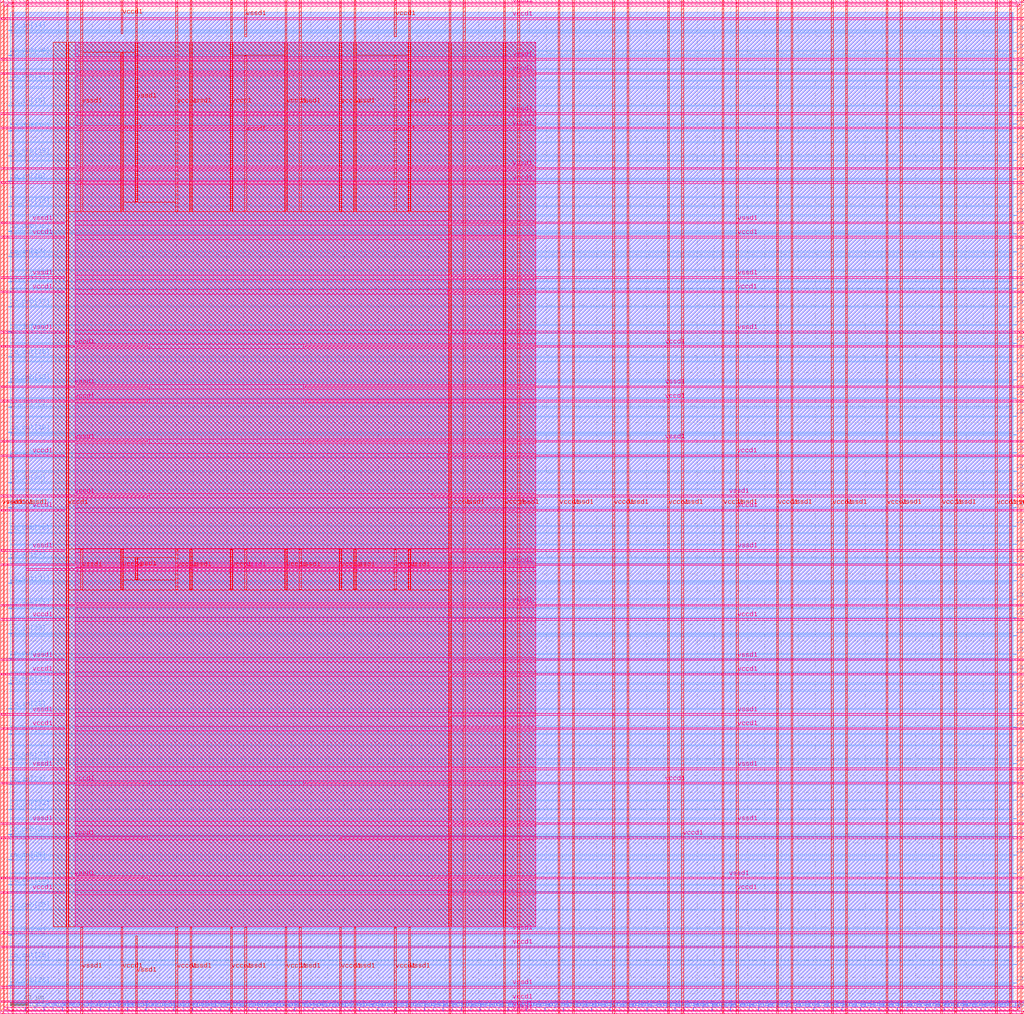
<source format=lef>
VERSION 5.7 ;
  NOWIREEXTENSIONATPIN ON ;
  DIVIDERCHAR "/" ;
  BUSBITCHARS "[]" ;
MACRO signal_generator
  CLASS BLOCK ;
  FOREIGN signal_generator ;
  ORIGIN 0.000 0.000 ;
  SIZE 1200.000 BY 1200.000 ;
  PIN io_analog[0]
    DIRECTION INOUT ;
    USE SIGNAL ;
    PORT
      LAYER met3 ;
        RECT 1196.000 32.680 1200.000 33.280 ;
    END
  END io_analog[0]
  PIN io_analog[10]
    DIRECTION INOUT ;
    USE SIGNAL ;
    PORT
      LAYER met3 ;
        RECT 1196.000 250.280 1200.000 250.880 ;
    END
  END io_analog[10]
  PIN io_analog[1]
    DIRECTION INOUT ;
    USE SIGNAL ;
    PORT
      LAYER met3 ;
        RECT 1196.000 54.440 1200.000 55.040 ;
    END
  END io_analog[1]
  PIN io_analog[2]
    DIRECTION INOUT ;
    USE SIGNAL ;
    PORT
      LAYER met3 ;
        RECT 1196.000 76.200 1200.000 76.800 ;
    END
  END io_analog[2]
  PIN io_analog[3]
    DIRECTION INOUT ;
    USE SIGNAL ;
    PORT
      LAYER met3 ;
        RECT 1196.000 97.960 1200.000 98.560 ;
    END
  END io_analog[3]
  PIN io_analog[4]
    DIRECTION INOUT ;
    USE SIGNAL ;
    PORT
      LAYER met3 ;
        RECT 1196.000 119.720 1200.000 120.320 ;
    END
  END io_analog[4]
  PIN io_analog[5]
    DIRECTION INOUT ;
    USE SIGNAL ;
    PORT
      LAYER met3 ;
        RECT 1196.000 141.480 1200.000 142.080 ;
    END
  END io_analog[5]
  PIN io_analog[6]
    DIRECTION INOUT ;
    USE SIGNAL ;
    PORT
      LAYER met3 ;
        RECT 1196.000 163.240 1200.000 163.840 ;
    END
  END io_analog[6]
  PIN io_analog[7]
    DIRECTION INOUT ;
    USE SIGNAL ;
    PORT
      LAYER met3 ;
        RECT 1196.000 185.000 1200.000 185.600 ;
    END
  END io_analog[7]
  PIN io_analog[8]
    DIRECTION INOUT ;
    USE SIGNAL ;
    ANTENNADIFFAREA 0.434700 ;
    PORT
      LAYER met3 ;
        RECT 1196.000 206.760 1200.000 207.360 ;
    END
  END io_analog[8]
  PIN io_analog[9]
    DIRECTION INOUT ;
    USE SIGNAL ;
    ANTENNADIFFAREA 0.434700 ;
    PORT
      LAYER met3 ;
        RECT 1196.000 228.520 1200.000 229.120 ;
    END
  END io_analog[9]
  PIN io_in[0]
    DIRECTION INPUT ;
    USE SIGNAL ;
    PORT
      LAYER met3 ;
        RECT 1196.000 272.040 1200.000 272.640 ;
    END
  END io_in[0]
  PIN io_in[10]
    DIRECTION INPUT ;
    USE SIGNAL ;
    PORT
      LAYER met3 ;
        RECT 1196.000 924.840 1200.000 925.440 ;
    END
  END io_in[10]
  PIN io_in[11]
    DIRECTION INPUT ;
    USE SIGNAL ;
    PORT
      LAYER met3 ;
        RECT 1196.000 990.120 1200.000 990.720 ;
    END
  END io_in[11]
  PIN io_in[12]
    DIRECTION INPUT ;
    USE SIGNAL ;
    PORT
      LAYER met3 ;
        RECT 1196.000 1055.400 1200.000 1056.000 ;
    END
  END io_in[12]
  PIN io_in[13]
    DIRECTION INPUT ;
    USE SIGNAL ;
    PORT
      LAYER met3 ;
        RECT 1196.000 1120.680 1200.000 1121.280 ;
    END
  END io_in[13]
  PIN io_in[14]
    DIRECTION INPUT ;
    USE SIGNAL ;
    PORT
      LAYER met3 ;
        RECT 0.000 1166.920 4.000 1167.520 ;
    END
  END io_in[14]
  PIN io_in[15]
    DIRECTION INPUT ;
    USE SIGNAL ;
    PORT
      LAYER met3 ;
        RECT 0.000 1077.160 4.000 1077.760 ;
    END
  END io_in[15]
  PIN io_in[16]
    DIRECTION INPUT ;
    USE SIGNAL ;
    PORT
      LAYER met3 ;
        RECT 0.000 987.400 4.000 988.000 ;
    END
  END io_in[16]
  PIN io_in[17]
    DIRECTION INPUT ;
    USE SIGNAL ;
    PORT
      LAYER met3 ;
        RECT 0.000 897.640 4.000 898.240 ;
    END
  END io_in[17]
  PIN io_in[18]
    DIRECTION INPUT ;
    USE SIGNAL ;
    ANTENNAGATEAREA 0.247500 ;
    ANTENNADIFFAREA 0.434700 ;
    PORT
      LAYER met3 ;
        RECT 0.000 807.880 4.000 808.480 ;
    END
  END io_in[18]
  PIN io_in[19]
    DIRECTION INPUT ;
    USE SIGNAL ;
    ANTENNAGATEAREA 0.196500 ;
    ANTENNADIFFAREA 0.434700 ;
    PORT
      LAYER met3 ;
        RECT 0.000 718.120 4.000 718.720 ;
    END
  END io_in[19]
  PIN io_in[1]
    DIRECTION INPUT ;
    USE SIGNAL ;
    PORT
      LAYER met3 ;
        RECT 1196.000 337.320 1200.000 337.920 ;
    END
  END io_in[1]
  PIN io_in[20]
    DIRECTION INPUT ;
    USE SIGNAL ;
    PORT
      LAYER met3 ;
        RECT 0.000 628.360 4.000 628.960 ;
    END
  END io_in[20]
  PIN io_in[21]
    DIRECTION INPUT ;
    USE SIGNAL ;
    PORT
      LAYER met3 ;
        RECT 0.000 538.600 4.000 539.200 ;
    END
  END io_in[21]
  PIN io_in[22]
    DIRECTION INPUT ;
    USE SIGNAL ;
    ANTENNAGATEAREA 0.495000 ;
    ANTENNADIFFAREA 0.434700 ;
    PORT
      LAYER met3 ;
        RECT 0.000 448.840 4.000 449.440 ;
    END
  END io_in[22]
  PIN io_in[23]
    DIRECTION INPUT ;
    USE SIGNAL ;
    ANTENNAGATEAREA 0.426000 ;
    ANTENNADIFFAREA 0.434700 ;
    PORT
      LAYER met3 ;
        RECT 0.000 359.080 4.000 359.680 ;
    END
  END io_in[23]
  PIN io_in[24]
    DIRECTION INPUT ;
    USE SIGNAL ;
    ANTENNAGATEAREA 0.742500 ;
    ANTENNADIFFAREA 0.434700 ;
    PORT
      LAYER met3 ;
        RECT 0.000 269.320 4.000 269.920 ;
    END
  END io_in[24]
  PIN io_in[25]
    DIRECTION INPUT ;
    USE SIGNAL ;
    PORT
      LAYER met3 ;
        RECT 0.000 179.560 4.000 180.160 ;
    END
  END io_in[25]
  PIN io_in[26]
    DIRECTION INPUT ;
    USE SIGNAL ;
    ANTENNAGATEAREA 0.742500 ;
    ANTENNADIFFAREA 0.434700 ;
    PORT
      LAYER met3 ;
        RECT 0.000 89.800 4.000 90.400 ;
    END
  END io_in[26]
  PIN io_in[2]
    DIRECTION INPUT ;
    USE SIGNAL ;
    PORT
      LAYER met3 ;
        RECT 1196.000 402.600 1200.000 403.200 ;
    END
  END io_in[2]
  PIN io_in[3]
    DIRECTION INPUT ;
    USE SIGNAL ;
    PORT
      LAYER met3 ;
        RECT 1196.000 467.880 1200.000 468.480 ;
    END
  END io_in[3]
  PIN io_in[4]
    DIRECTION INPUT ;
    USE SIGNAL ;
    PORT
      LAYER met3 ;
        RECT 1196.000 533.160 1200.000 533.760 ;
    END
  END io_in[4]
  PIN io_in[5]
    DIRECTION INPUT ;
    USE SIGNAL ;
    PORT
      LAYER met3 ;
        RECT 1196.000 598.440 1200.000 599.040 ;
    END
  END io_in[5]
  PIN io_in[6]
    DIRECTION INPUT ;
    USE SIGNAL ;
    PORT
      LAYER met3 ;
        RECT 1196.000 663.720 1200.000 664.320 ;
    END
  END io_in[6]
  PIN io_in[7]
    DIRECTION INPUT ;
    USE SIGNAL ;
    PORT
      LAYER met3 ;
        RECT 1196.000 729.000 1200.000 729.600 ;
    END
  END io_in[7]
  PIN io_in[8]
    DIRECTION INPUT ;
    USE SIGNAL ;
    PORT
      LAYER met3 ;
        RECT 1196.000 794.280 1200.000 794.880 ;
    END
  END io_in[8]
  PIN io_in[9]
    DIRECTION INPUT ;
    USE SIGNAL ;
    PORT
      LAYER met3 ;
        RECT 1196.000 859.560 1200.000 860.160 ;
    END
  END io_in[9]
  PIN io_oeb[0]
    DIRECTION OUTPUT TRISTATE ;
    USE SIGNAL ;
    PORT
      LAYER met3 ;
        RECT 1196.000 315.560 1200.000 316.160 ;
    END
  END io_oeb[0]
  PIN io_oeb[10]
    DIRECTION OUTPUT TRISTATE ;
    USE SIGNAL ;
    PORT
      LAYER met3 ;
        RECT 1196.000 968.360 1200.000 968.960 ;
    END
  END io_oeb[10]
  PIN io_oeb[11]
    DIRECTION OUTPUT TRISTATE ;
    USE SIGNAL ;
    PORT
      LAYER met3 ;
        RECT 1196.000 1033.640 1200.000 1034.240 ;
    END
  END io_oeb[11]
  PIN io_oeb[12]
    DIRECTION OUTPUT TRISTATE ;
    USE SIGNAL ;
    PORT
      LAYER met3 ;
        RECT 1196.000 1098.920 1200.000 1099.520 ;
    END
  END io_oeb[12]
  PIN io_oeb[13]
    DIRECTION OUTPUT TRISTATE ;
    USE SIGNAL ;
    PORT
      LAYER met3 ;
        RECT 1196.000 1164.200 1200.000 1164.800 ;
    END
  END io_oeb[13]
  PIN io_oeb[14]
    DIRECTION OUTPUT TRISTATE ;
    USE SIGNAL ;
    PORT
      LAYER met3 ;
        RECT 0.000 1107.080 4.000 1107.680 ;
    END
  END io_oeb[14]
  PIN io_oeb[15]
    DIRECTION OUTPUT TRISTATE ;
    USE SIGNAL ;
    PORT
      LAYER met3 ;
        RECT 0.000 1017.320 4.000 1017.920 ;
    END
  END io_oeb[15]
  PIN io_oeb[16]
    DIRECTION OUTPUT TRISTATE ;
    USE SIGNAL ;
    PORT
      LAYER met3 ;
        RECT 0.000 927.560 4.000 928.160 ;
    END
  END io_oeb[16]
  PIN io_oeb[17]
    DIRECTION OUTPUT TRISTATE ;
    USE SIGNAL ;
    PORT
      LAYER met3 ;
        RECT 0.000 837.800 4.000 838.400 ;
    END
  END io_oeb[17]
  PIN io_oeb[18]
    DIRECTION OUTPUT TRISTATE ;
    USE SIGNAL ;
    PORT
      LAYER met3 ;
        RECT 0.000 748.040 4.000 748.640 ;
    END
  END io_oeb[18]
  PIN io_oeb[19]
    DIRECTION OUTPUT TRISTATE ;
    USE SIGNAL ;
    PORT
      LAYER met3 ;
        RECT 0.000 658.280 4.000 658.880 ;
    END
  END io_oeb[19]
  PIN io_oeb[1]
    DIRECTION OUTPUT TRISTATE ;
    USE SIGNAL ;
    PORT
      LAYER met3 ;
        RECT 1196.000 380.840 1200.000 381.440 ;
    END
  END io_oeb[1]
  PIN io_oeb[20]
    DIRECTION OUTPUT TRISTATE ;
    USE SIGNAL ;
    PORT
      LAYER met3 ;
        RECT 0.000 568.520 4.000 569.120 ;
    END
  END io_oeb[20]
  PIN io_oeb[21]
    DIRECTION OUTPUT TRISTATE ;
    USE SIGNAL ;
    PORT
      LAYER met3 ;
        RECT 0.000 478.760 4.000 479.360 ;
    END
  END io_oeb[21]
  PIN io_oeb[22]
    DIRECTION OUTPUT TRISTATE ;
    USE SIGNAL ;
    PORT
      LAYER met3 ;
        RECT 0.000 389.000 4.000 389.600 ;
    END
  END io_oeb[22]
  PIN io_oeb[23]
    DIRECTION OUTPUT TRISTATE ;
    USE SIGNAL ;
    PORT
      LAYER met3 ;
        RECT 0.000 299.240 4.000 299.840 ;
    END
  END io_oeb[23]
  PIN io_oeb[24]
    DIRECTION OUTPUT TRISTATE ;
    USE SIGNAL ;
    PORT
      LAYER met3 ;
        RECT 0.000 209.480 4.000 210.080 ;
    END
  END io_oeb[24]
  PIN io_oeb[25]
    DIRECTION OUTPUT TRISTATE ;
    USE SIGNAL ;
    PORT
      LAYER met3 ;
        RECT 0.000 119.720 4.000 120.320 ;
    END
  END io_oeb[25]
  PIN io_oeb[26]
    DIRECTION OUTPUT TRISTATE ;
    USE SIGNAL ;
    PORT
      LAYER met3 ;
        RECT 0.000 29.960 4.000 30.560 ;
    END
  END io_oeb[26]
  PIN io_oeb[2]
    DIRECTION OUTPUT TRISTATE ;
    USE SIGNAL ;
    PORT
      LAYER met3 ;
        RECT 1196.000 446.120 1200.000 446.720 ;
    END
  END io_oeb[2]
  PIN io_oeb[3]
    DIRECTION OUTPUT TRISTATE ;
    USE SIGNAL ;
    PORT
      LAYER met3 ;
        RECT 1196.000 511.400 1200.000 512.000 ;
    END
  END io_oeb[3]
  PIN io_oeb[4]
    DIRECTION OUTPUT TRISTATE ;
    USE SIGNAL ;
    PORT
      LAYER met3 ;
        RECT 1196.000 576.680 1200.000 577.280 ;
    END
  END io_oeb[4]
  PIN io_oeb[5]
    DIRECTION OUTPUT TRISTATE ;
    USE SIGNAL ;
    PORT
      LAYER met3 ;
        RECT 1196.000 641.960 1200.000 642.560 ;
    END
  END io_oeb[5]
  PIN io_oeb[6]
    DIRECTION OUTPUT TRISTATE ;
    USE SIGNAL ;
    PORT
      LAYER met3 ;
        RECT 1196.000 707.240 1200.000 707.840 ;
    END
  END io_oeb[6]
  PIN io_oeb[7]
    DIRECTION OUTPUT TRISTATE ;
    USE SIGNAL ;
    PORT
      LAYER met3 ;
        RECT 1196.000 772.520 1200.000 773.120 ;
    END
  END io_oeb[7]
  PIN io_oeb[8]
    DIRECTION OUTPUT TRISTATE ;
    USE SIGNAL ;
    PORT
      LAYER met3 ;
        RECT 1196.000 837.800 1200.000 838.400 ;
    END
  END io_oeb[8]
  PIN io_oeb[9]
    DIRECTION OUTPUT TRISTATE ;
    USE SIGNAL ;
    PORT
      LAYER met3 ;
        RECT 1196.000 903.080 1200.000 903.680 ;
    END
  END io_oeb[9]
  PIN io_out[0]
    DIRECTION OUTPUT TRISTATE ;
    USE SIGNAL ;
    PORT
      LAYER met3 ;
        RECT 1196.000 293.800 1200.000 294.400 ;
    END
  END io_out[0]
  PIN io_out[10]
    DIRECTION OUTPUT TRISTATE ;
    USE SIGNAL ;
    ANTENNADIFFAREA 2.673000 ;
    PORT
      LAYER met3 ;
        RECT 1196.000 946.600 1200.000 947.200 ;
    END
  END io_out[10]
  PIN io_out[11]
    DIRECTION OUTPUT TRISTATE ;
    USE SIGNAL ;
    ANTENNADIFFAREA 2.673000 ;
    PORT
      LAYER met3 ;
        RECT 1196.000 1011.880 1200.000 1012.480 ;
    END
  END io_out[11]
  PIN io_out[12]
    DIRECTION OUTPUT TRISTATE ;
    USE SIGNAL ;
    ANTENNADIFFAREA 2.673000 ;
    PORT
      LAYER met3 ;
        RECT 1196.000 1077.160 1200.000 1077.760 ;
    END
  END io_out[12]
  PIN io_out[13]
    DIRECTION OUTPUT TRISTATE ;
    USE SIGNAL ;
    ANTENNADIFFAREA 2.673000 ;
    PORT
      LAYER met3 ;
        RECT 1196.000 1142.440 1200.000 1143.040 ;
    END
  END io_out[13]
  PIN io_out[14]
    DIRECTION OUTPUT TRISTATE ;
    USE SIGNAL ;
    ANTENNADIFFAREA 2.673000 ;
    PORT
      LAYER met3 ;
        RECT 0.000 1137.000 4.000 1137.600 ;
    END
  END io_out[14]
  PIN io_out[15]
    DIRECTION OUTPUT TRISTATE ;
    USE SIGNAL ;
    ANTENNADIFFAREA 2.673000 ;
    PORT
      LAYER met3 ;
        RECT 0.000 1047.240 4.000 1047.840 ;
    END
  END io_out[15]
  PIN io_out[16]
    DIRECTION OUTPUT TRISTATE ;
    USE SIGNAL ;
    ANTENNADIFFAREA 2.673000 ;
    PORT
      LAYER met3 ;
        RECT 0.000 957.480 4.000 958.080 ;
    END
  END io_out[16]
  PIN io_out[17]
    DIRECTION OUTPUT TRISTATE ;
    USE SIGNAL ;
    ANTENNADIFFAREA 2.673000 ;
    PORT
      LAYER met3 ;
        RECT 0.000 867.720 4.000 868.320 ;
    END
  END io_out[17]
  PIN io_out[18]
    DIRECTION OUTPUT TRISTATE ;
    USE SIGNAL ;
    PORT
      LAYER met3 ;
        RECT 0.000 777.960 4.000 778.560 ;
    END
  END io_out[18]
  PIN io_out[19]
    DIRECTION OUTPUT TRISTATE ;
    USE SIGNAL ;
    PORT
      LAYER met3 ;
        RECT 0.000 688.200 4.000 688.800 ;
    END
  END io_out[19]
  PIN io_out[1]
    DIRECTION OUTPUT TRISTATE ;
    USE SIGNAL ;
    PORT
      LAYER met3 ;
        RECT 1196.000 359.080 1200.000 359.680 ;
    END
  END io_out[1]
  PIN io_out[20]
    DIRECTION OUTPUT TRISTATE ;
    USE SIGNAL ;
    PORT
      LAYER met3 ;
        RECT 0.000 598.440 4.000 599.040 ;
    END
  END io_out[20]
  PIN io_out[21]
    DIRECTION OUTPUT TRISTATE ;
    USE SIGNAL ;
    PORT
      LAYER met3 ;
        RECT 0.000 508.680 4.000 509.280 ;
    END
  END io_out[21]
  PIN io_out[22]
    DIRECTION OUTPUT TRISTATE ;
    USE SIGNAL ;
    PORT
      LAYER met3 ;
        RECT 0.000 418.920 4.000 419.520 ;
    END
  END io_out[22]
  PIN io_out[23]
    DIRECTION OUTPUT TRISTATE ;
    USE SIGNAL ;
    PORT
      LAYER met3 ;
        RECT 0.000 329.160 4.000 329.760 ;
    END
  END io_out[23]
  PIN io_out[24]
    DIRECTION OUTPUT TRISTATE ;
    USE SIGNAL ;
    PORT
      LAYER met3 ;
        RECT 0.000 239.400 4.000 240.000 ;
    END
  END io_out[24]
  PIN io_out[25]
    DIRECTION OUTPUT TRISTATE ;
    USE SIGNAL ;
    PORT
      LAYER met3 ;
        RECT 0.000 149.640 4.000 150.240 ;
    END
  END io_out[25]
  PIN io_out[26]
    DIRECTION OUTPUT TRISTATE ;
    USE SIGNAL ;
    PORT
      LAYER met3 ;
        RECT 0.000 59.880 4.000 60.480 ;
    END
  END io_out[26]
  PIN io_out[2]
    DIRECTION OUTPUT TRISTATE ;
    USE SIGNAL ;
    PORT
      LAYER met3 ;
        RECT 1196.000 424.360 1200.000 424.960 ;
    END
  END io_out[2]
  PIN io_out[3]
    DIRECTION OUTPUT TRISTATE ;
    USE SIGNAL ;
    PORT
      LAYER met3 ;
        RECT 1196.000 489.640 1200.000 490.240 ;
    END
  END io_out[3]
  PIN io_out[4]
    DIRECTION OUTPUT TRISTATE ;
    USE SIGNAL ;
    PORT
      LAYER met3 ;
        RECT 1196.000 554.920 1200.000 555.520 ;
    END
  END io_out[4]
  PIN io_out[5]
    DIRECTION OUTPUT TRISTATE ;
    USE SIGNAL ;
    PORT
      LAYER met3 ;
        RECT 1196.000 620.200 1200.000 620.800 ;
    END
  END io_out[5]
  PIN io_out[6]
    DIRECTION OUTPUT TRISTATE ;
    USE SIGNAL ;
    PORT
      LAYER met3 ;
        RECT 1196.000 685.480 1200.000 686.080 ;
    END
  END io_out[6]
  PIN io_out[7]
    DIRECTION OUTPUT TRISTATE ;
    USE SIGNAL ;
    ANTENNADIFFAREA 2.673000 ;
    PORT
      LAYER met3 ;
        RECT 1196.000 750.760 1200.000 751.360 ;
    END
  END io_out[7]
  PIN io_out[8]
    DIRECTION OUTPUT TRISTATE ;
    USE SIGNAL ;
    ANTENNADIFFAREA 2.673000 ;
    PORT
      LAYER met3 ;
        RECT 1196.000 816.040 1200.000 816.640 ;
    END
  END io_out[8]
  PIN io_out[9]
    DIRECTION OUTPUT TRISTATE ;
    USE SIGNAL ;
    ANTENNADIFFAREA 2.673000 ;
    PORT
      LAYER met3 ;
        RECT 1196.000 881.320 1200.000 881.920 ;
    END
  END io_out[9]
  PIN vccd1
    DIRECTION INOUT ;
    USE POWER ;
    PORT
      LAYER met4 ;
        RECT -4.480 0.880 -1.480 1198.640 ;
    END
    PORT
      LAYER met5 ;
        RECT -4.480 0.880 1204.160 3.880 ;
    END
    PORT
      LAYER met5 ;
        RECT -4.480 1195.640 1204.160 1198.640 ;
    END
    PORT
      LAYER met4 ;
        RECT 1201.160 0.880 1204.160 1198.640 ;
    END
    PORT
      LAYER met4 ;
        RECT 4.520 -3.820 6.520 1203.340 ;
    END
    PORT
      LAYER met4 ;
        RECT 69.520 -3.820 71.520 1203.340 ;
    END
    PORT
      LAYER met4 ;
        RECT 134.520 -3.820 136.520 99.400 ;
    END
    PORT
      LAYER met4 ;
        RECT 134.520 501.440 136.520 549.400 ;
    END
    PORT
      LAYER met4 ;
        RECT 134.520 951.440 136.520 1140.805 ;
    END
    PORT
      LAYER met4 ;
        RECT 134.520 1163.365 136.520 1203.340 ;
    END
    PORT
      LAYER met4 ;
        RECT 199.520 -3.820 201.520 99.400 ;
    END
    PORT
      LAYER met4 ;
        RECT 199.520 501.440 201.520 549.400 ;
    END
    PORT
      LAYER met4 ;
        RECT 199.520 951.440 201.520 1203.340 ;
    END
    PORT
      LAYER met4 ;
        RECT 264.520 -3.820 266.520 99.400 ;
    END
    PORT
      LAYER met4 ;
        RECT 264.520 501.440 266.520 549.400 ;
    END
    PORT
      LAYER met4 ;
        RECT 264.520 951.440 266.520 1203.340 ;
    END
    PORT
      LAYER met4 ;
        RECT 329.520 -3.820 331.520 99.400 ;
    END
    PORT
      LAYER met4 ;
        RECT 329.520 501.440 331.520 549.400 ;
    END
    PORT
      LAYER met4 ;
        RECT 329.520 951.440 331.520 1203.340 ;
    END
    PORT
      LAYER met4 ;
        RECT 394.520 -3.820 396.520 99.400 ;
    END
    PORT
      LAYER met4 ;
        RECT 394.520 501.440 396.520 549.400 ;
    END
    PORT
      LAYER met4 ;
        RECT 394.520 951.440 396.520 1203.340 ;
    END
    PORT
      LAYER met4 ;
        RECT 459.520 -3.820 461.520 99.400 ;
    END
    PORT
      LAYER met4 ;
        RECT 459.520 501.440 461.520 549.400 ;
    END
    PORT
      LAYER met4 ;
        RECT 459.520 951.440 461.520 1136.855 ;
    END
    PORT
      LAYER met4 ;
        RECT 459.520 1159.415 461.520 1203.340 ;
    END
    PORT
      LAYER met4 ;
        RECT 524.520 -3.820 526.520 1203.340 ;
    END
    PORT
      LAYER met4 ;
        RECT 589.520 -3.820 591.520 1203.340 ;
    END
    PORT
      LAYER met4 ;
        RECT 654.520 -3.820 656.520 1203.340 ;
    END
    PORT
      LAYER met4 ;
        RECT 719.520 -3.820 721.520 1203.340 ;
    END
    PORT
      LAYER met4 ;
        RECT 784.520 -3.820 786.520 1203.340 ;
    END
    PORT
      LAYER met4 ;
        RECT 849.520 -3.820 851.520 1203.340 ;
    END
    PORT
      LAYER met4 ;
        RECT 914.520 -3.820 916.520 1203.340 ;
    END
    PORT
      LAYER met4 ;
        RECT 979.520 -3.820 981.520 1203.340 ;
    END
    PORT
      LAYER met4 ;
        RECT 1044.520 -3.820 1046.520 1203.340 ;
    END
    PORT
      LAYER met4 ;
        RECT 1109.520 -3.820 1111.520 1203.340 ;
    END
    PORT
      LAYER met4 ;
        RECT 1174.520 -3.820 1176.520 1203.340 ;
    END
    PORT
      LAYER met5 ;
        RECT -9.180 9.880 1208.860 11.880 ;
    END
    PORT
      LAYER met5 ;
        RECT -9.180 74.880 1208.860 76.880 ;
    END
    PORT
      LAYER met5 ;
        RECT -9.180 139.880 66.420 141.880 ;
    END
    PORT
      LAYER met5 ;
        RECT -9.180 204.880 166.200 206.880 ;
    END
    PORT
      LAYER met5 ;
        RECT -9.180 269.880 166.200 271.880 ;
    END
    PORT
      LAYER met5 ;
        RECT -9.180 334.880 66.420 336.880 ;
    END
    PORT
      LAYER met5 ;
        RECT -9.180 399.880 66.420 401.880 ;
    END
    PORT
      LAYER met5 ;
        RECT -9.180 464.880 66.420 466.880 ;
    END
    PORT
      LAYER met5 ;
        RECT -9.180 529.880 1208.860 531.880 ;
    END
    PORT
      LAYER met5 ;
        RECT -9.180 594.880 66.420 596.880 ;
    END
    PORT
      LAYER met5 ;
        RECT -9.180 659.880 66.420 661.880 ;
    END
    PORT
      LAYER met5 ;
        RECT -9.180 724.880 166.200 726.880 ;
    END
    PORT
      LAYER met5 ;
        RECT -9.180 789.880 166.200 791.880 ;
    END
    PORT
      LAYER met5 ;
        RECT -9.180 854.880 66.420 856.880 ;
    END
    PORT
      LAYER met5 ;
        RECT -9.180 919.880 66.420 921.880 ;
    END
    PORT
      LAYER met5 ;
        RECT -9.180 984.880 1208.860 986.880 ;
    END
    PORT
      LAYER met5 ;
        RECT -9.180 1049.880 1208.860 1051.880 ;
    END
    PORT
      LAYER met5 ;
        RECT -9.180 1114.880 1208.860 1116.880 ;
    END
    PORT
      LAYER met5 ;
        RECT -9.180 1179.880 1208.860 1181.880 ;
    END
    PORT
      LAYER met5 ;
        RECT 353.160 269.880 1208.860 271.880 ;
    END
    PORT
      LAYER met5 ;
        RECT 353.160 724.880 1208.860 726.880 ;
    END
    PORT
      LAYER met5 ;
        RECT 353.160 789.880 1208.860 791.880 ;
    END
    PORT
      LAYER met5 ;
        RECT 396.530 204.880 1208.860 206.880 ;
    END
    PORT
      LAYER met5 ;
        RECT 524.520 139.880 1208.860 141.880 ;
    END
    PORT
      LAYER met5 ;
        RECT 524.520 659.880 1208.860 661.880 ;
    END
    PORT
      LAYER met5 ;
        RECT 524.520 854.880 1208.860 856.880 ;
    END
    PORT
      LAYER met5 ;
        RECT 526.320 334.880 1208.860 336.880 ;
    END
    PORT
      LAYER met5 ;
        RECT 526.320 399.880 1208.860 401.880 ;
    END
    PORT
      LAYER met5 ;
        RECT 526.320 464.880 1208.860 466.880 ;
    END
    PORT
      LAYER met5 ;
        RECT 526.320 594.880 1208.860 596.880 ;
    END
    PORT
      LAYER met5 ;
        RECT 526.320 919.880 1208.860 921.880 ;
    END
  END vccd1
  PIN vssd1
    DIRECTION INOUT ;
    USE GROUND ;
    PORT
      LAYER met4 ;
        RECT -9.180 -3.820 -6.180 1203.340 ;
    END
    PORT
      LAYER met5 ;
        RECT -9.180 -3.820 1208.860 -0.820 ;
    END
    PORT
      LAYER met5 ;
        RECT -9.180 1200.340 1208.860 1203.340 ;
    END
    PORT
      LAYER met4 ;
        RECT 1205.860 -3.820 1208.860 1203.340 ;
    END
    PORT
      LAYER met4 ;
        RECT 21.520 -3.820 23.520 1203.340 ;
    END
    PORT
      LAYER met4 ;
        RECT 86.520 -3.820 88.520 99.400 ;
    END
    PORT
      LAYER met4 ;
        RECT 86.520 501.440 88.520 549.400 ;
    END
    PORT
      LAYER met4 ;
        RECT 86.520 951.440 88.520 1203.340 ;
    END
    PORT
      LAYER met4 ;
        RECT 151.520 -3.820 153.520 89.380 ;
    END
    PORT
      LAYER met4 ;
        RECT 151.520 513.180 153.520 539.380 ;
    END
    PORT
      LAYER met4 ;
        RECT 151.520 963.180 153.520 1203.340 ;
    END
    PORT
      LAYER met4 ;
        RECT 216.520 -3.820 218.520 99.400 ;
    END
    PORT
      LAYER met4 ;
        RECT 216.520 501.440 218.520 549.400 ;
    END
    PORT
      LAYER met4 ;
        RECT 216.520 951.440 218.520 1203.340 ;
    END
    PORT
      LAYER met4 ;
        RECT 281.520 -3.820 283.520 99.400 ;
    END
    PORT
      LAYER met4 ;
        RECT 281.520 501.440 283.520 549.400 ;
    END
    PORT
      LAYER met4 ;
        RECT 281.520 951.440 283.520 1136.855 ;
    END
    PORT
      LAYER met4 ;
        RECT 281.520 1159.415 283.520 1203.340 ;
    END
    PORT
      LAYER met4 ;
        RECT 346.520 -3.820 348.520 99.400 ;
    END
    PORT
      LAYER met4 ;
        RECT 346.520 501.440 348.520 549.400 ;
    END
    PORT
      LAYER met4 ;
        RECT 346.520 951.440 348.520 1203.340 ;
    END
    PORT
      LAYER met4 ;
        RECT 411.520 -3.820 413.520 99.400 ;
    END
    PORT
      LAYER met4 ;
        RECT 411.520 501.440 413.520 549.400 ;
    END
    PORT
      LAYER met4 ;
        RECT 411.520 951.440 413.520 1203.340 ;
    END
    PORT
      LAYER met4 ;
        RECT 476.520 -3.820 478.520 99.400 ;
    END
    PORT
      LAYER met4 ;
        RECT 476.520 501.440 478.520 549.400 ;
    END
    PORT
      LAYER met4 ;
        RECT 476.520 951.440 478.520 1203.340 ;
    END
    PORT
      LAYER met4 ;
        RECT 541.520 -3.820 543.520 1203.340 ;
    END
    PORT
      LAYER met4 ;
        RECT 606.520 -3.820 608.520 1203.340 ;
    END
    PORT
      LAYER met4 ;
        RECT 671.520 -3.820 673.520 1203.340 ;
    END
    PORT
      LAYER met4 ;
        RECT 736.520 -3.820 738.520 1203.340 ;
    END
    PORT
      LAYER met4 ;
        RECT 801.520 -3.820 803.520 1203.340 ;
    END
    PORT
      LAYER met4 ;
        RECT 866.520 -3.820 868.520 1203.340 ;
    END
    PORT
      LAYER met4 ;
        RECT 931.520 -3.820 933.520 1203.340 ;
    END
    PORT
      LAYER met4 ;
        RECT 996.520 -3.820 998.520 1203.340 ;
    END
    PORT
      LAYER met4 ;
        RECT 1061.520 -3.820 1063.520 1203.340 ;
    END
    PORT
      LAYER met4 ;
        RECT 1126.520 -3.820 1128.520 1203.340 ;
    END
    PORT
      LAYER met4 ;
        RECT 1191.520 -3.820 1193.520 1203.340 ;
    END
    PORT
      LAYER met5 ;
        RECT -9.180 26.880 1208.860 28.880 ;
    END
    PORT
      LAYER met5 ;
        RECT -9.180 91.880 1208.860 93.880 ;
    END
    PORT
      LAYER met5 ;
        RECT -9.180 156.880 166.200 158.880 ;
    END
    PORT
      LAYER met5 ;
        RECT -9.180 221.880 66.420 223.880 ;
    END
    PORT
      LAYER met5 ;
        RECT -9.180 286.880 66.420 288.880 ;
    END
    PORT
      LAYER met5 ;
        RECT -9.180 351.880 66.420 353.880 ;
    END
    PORT
      LAYER met5 ;
        RECT -9.180 416.880 66.420 418.880 ;
    END
    PORT
      LAYER met5 ;
        RECT -9.180 481.880 1208.860 483.880 ;
    END
    PORT
      LAYER met5 ;
        RECT -9.180 546.880 66.420 548.880 ;
    END
    PORT
      LAYER met5 ;
        RECT -9.180 611.880 166.200 613.880 ;
    END
    PORT
      LAYER met5 ;
        RECT -9.180 676.880 166.200 678.880 ;
    END
    PORT
      LAYER met5 ;
        RECT -9.180 741.880 166.200 743.880 ;
    END
    PORT
      LAYER met5 ;
        RECT -9.180 806.880 66.420 808.880 ;
    END
    PORT
      LAYER met5 ;
        RECT -9.180 871.880 66.420 873.880 ;
    END
    PORT
      LAYER met5 ;
        RECT -9.180 936.880 66.420 938.880 ;
    END
    PORT
      LAYER met5 ;
        RECT -9.180 1001.880 1208.860 1003.880 ;
    END
    PORT
      LAYER met5 ;
        RECT -9.180 1066.880 1208.860 1068.880 ;
    END
    PORT
      LAYER met5 ;
        RECT -9.180 1131.880 1208.860 1133.880 ;
    END
    PORT
      LAYER met5 ;
        RECT 353.160 676.880 1208.860 678.880 ;
    END
    PORT
      LAYER met5 ;
        RECT 353.160 741.880 1208.860 743.880 ;
    END
    PORT
      LAYER met5 ;
        RECT 506.200 156.880 1208.860 158.880 ;
    END
    PORT
      LAYER met5 ;
        RECT 506.200 611.880 1208.860 613.880 ;
    END
    PORT
      LAYER met5 ;
        RECT 526.320 221.880 1208.860 223.880 ;
    END
    PORT
      LAYER met5 ;
        RECT 526.320 286.880 1208.860 288.880 ;
    END
    PORT
      LAYER met5 ;
        RECT 526.320 351.880 1208.860 353.880 ;
    END
    PORT
      LAYER met5 ;
        RECT 526.320 416.880 1208.860 418.880 ;
    END
    PORT
      LAYER met5 ;
        RECT 526.320 546.880 1208.860 548.880 ;
    END
    PORT
      LAYER met5 ;
        RECT 526.320 806.880 1208.860 808.880 ;
    END
    PORT
      LAYER met5 ;
        RECT 526.320 871.880 1208.860 873.880 ;
    END
    PORT
      LAYER met5 ;
        RECT 526.320 936.880 1208.860 938.880 ;
    END
    PORT
      LAYER met5 ;
        RECT 21.520 524.300 543.520 526.300 ;
    END
  END vssd1
  PIN wb_clk_i
    DIRECTION INPUT ;
    USE SIGNAL ;
    ANTENNAGATEAREA 0.852000 ;
    ANTENNADIFFAREA 0.434700 ;
    PORT
      LAYER met2 ;
        RECT 20.330 0.000 20.610 4.000 ;
    END
  END wb_clk_i
  PIN wb_rst_i
    DIRECTION INPUT ;
    USE SIGNAL ;
    ANTENNAGATEAREA 0.742500 ;
    ANTENNADIFFAREA 0.434700 ;
    PORT
      LAYER met2 ;
        RECT 31.370 0.000 31.650 4.000 ;
    END
  END wb_rst_i
  PIN wbs_ack_o
    DIRECTION OUTPUT TRISTATE ;
    USE SIGNAL ;
    ANTENNADIFFAREA 2.673000 ;
    PORT
      LAYER met2 ;
        RECT 42.410 0.000 42.690 4.000 ;
    END
  END wbs_ack_o
  PIN wbs_adr_i[0]
    DIRECTION INPUT ;
    USE SIGNAL ;
    ANTENNAGATEAREA 0.196500 ;
    ANTENNADIFFAREA 0.434700 ;
    PORT
      LAYER met2 ;
        RECT 53.450 0.000 53.730 4.000 ;
    END
  END wbs_adr_i[0]
  PIN wbs_adr_i[10]
    DIRECTION INPUT ;
    USE SIGNAL ;
    ANTENNAGATEAREA 0.196500 ;
    ANTENNADIFFAREA 0.434700 ;
    PORT
      LAYER met2 ;
        RECT 163.850 0.000 164.130 4.000 ;
    END
  END wbs_adr_i[10]
  PIN wbs_adr_i[11]
    DIRECTION INPUT ;
    USE SIGNAL ;
    ANTENNAGATEAREA 0.196500 ;
    ANTENNADIFFAREA 0.434700 ;
    PORT
      LAYER met2 ;
        RECT 174.890 0.000 175.170 4.000 ;
    END
  END wbs_adr_i[11]
  PIN wbs_adr_i[12]
    DIRECTION INPUT ;
    USE SIGNAL ;
    ANTENNAGATEAREA 0.196500 ;
    ANTENNADIFFAREA 0.434700 ;
    PORT
      LAYER met2 ;
        RECT 185.930 0.000 186.210 4.000 ;
    END
  END wbs_adr_i[12]
  PIN wbs_adr_i[13]
    DIRECTION INPUT ;
    USE SIGNAL ;
    ANTENNAGATEAREA 0.196500 ;
    ANTENNADIFFAREA 0.434700 ;
    PORT
      LAYER met2 ;
        RECT 196.970 0.000 197.250 4.000 ;
    END
  END wbs_adr_i[13]
  PIN wbs_adr_i[14]
    DIRECTION INPUT ;
    USE SIGNAL ;
    ANTENNAGATEAREA 0.196500 ;
    ANTENNADIFFAREA 0.434700 ;
    PORT
      LAYER met2 ;
        RECT 208.010 0.000 208.290 4.000 ;
    END
  END wbs_adr_i[14]
  PIN wbs_adr_i[15]
    DIRECTION INPUT ;
    USE SIGNAL ;
    ANTENNAGATEAREA 0.196500 ;
    ANTENNADIFFAREA 0.434700 ;
    PORT
      LAYER met2 ;
        RECT 219.050 0.000 219.330 4.000 ;
    END
  END wbs_adr_i[15]
  PIN wbs_adr_i[16]
    DIRECTION INPUT ;
    USE SIGNAL ;
    ANTENNAGATEAREA 0.196500 ;
    ANTENNADIFFAREA 0.434700 ;
    PORT
      LAYER met2 ;
        RECT 230.090 0.000 230.370 4.000 ;
    END
  END wbs_adr_i[16]
  PIN wbs_adr_i[17]
    DIRECTION INPUT ;
    USE SIGNAL ;
    ANTENNAGATEAREA 0.196500 ;
    ANTENNADIFFAREA 0.434700 ;
    PORT
      LAYER met2 ;
        RECT 241.130 0.000 241.410 4.000 ;
    END
  END wbs_adr_i[17]
  PIN wbs_adr_i[18]
    DIRECTION INPUT ;
    USE SIGNAL ;
    ANTENNAGATEAREA 0.196500 ;
    ANTENNADIFFAREA 0.434700 ;
    PORT
      LAYER met2 ;
        RECT 252.170 0.000 252.450 4.000 ;
    END
  END wbs_adr_i[18]
  PIN wbs_adr_i[19]
    DIRECTION INPUT ;
    USE SIGNAL ;
    ANTENNAGATEAREA 0.196500 ;
    ANTENNADIFFAREA 0.434700 ;
    PORT
      LAYER met2 ;
        RECT 263.210 0.000 263.490 4.000 ;
    END
  END wbs_adr_i[19]
  PIN wbs_adr_i[1]
    DIRECTION INPUT ;
    USE SIGNAL ;
    ANTENNAGATEAREA 0.196500 ;
    ANTENNADIFFAREA 0.434700 ;
    PORT
      LAYER met2 ;
        RECT 64.490 0.000 64.770 4.000 ;
    END
  END wbs_adr_i[1]
  PIN wbs_adr_i[20]
    DIRECTION INPUT ;
    USE SIGNAL ;
    ANTENNAGATEAREA 0.196500 ;
    ANTENNADIFFAREA 0.434700 ;
    PORT
      LAYER met2 ;
        RECT 274.250 0.000 274.530 4.000 ;
    END
  END wbs_adr_i[20]
  PIN wbs_adr_i[21]
    DIRECTION INPUT ;
    USE SIGNAL ;
    ANTENNAGATEAREA 0.196500 ;
    ANTENNADIFFAREA 0.434700 ;
    PORT
      LAYER met2 ;
        RECT 285.290 0.000 285.570 4.000 ;
    END
  END wbs_adr_i[21]
  PIN wbs_adr_i[22]
    DIRECTION INPUT ;
    USE SIGNAL ;
    ANTENNAGATEAREA 0.196500 ;
    ANTENNADIFFAREA 0.434700 ;
    PORT
      LAYER met2 ;
        RECT 296.330 0.000 296.610 4.000 ;
    END
  END wbs_adr_i[22]
  PIN wbs_adr_i[23]
    DIRECTION INPUT ;
    USE SIGNAL ;
    ANTENNAGATEAREA 0.196500 ;
    ANTENNADIFFAREA 0.434700 ;
    PORT
      LAYER met2 ;
        RECT 307.370 0.000 307.650 4.000 ;
    END
  END wbs_adr_i[23]
  PIN wbs_adr_i[24]
    DIRECTION INPUT ;
    USE SIGNAL ;
    ANTENNAGATEAREA 0.196500 ;
    ANTENNADIFFAREA 0.434700 ;
    PORT
      LAYER met2 ;
        RECT 318.410 0.000 318.690 4.000 ;
    END
  END wbs_adr_i[24]
  PIN wbs_adr_i[25]
    DIRECTION INPUT ;
    USE SIGNAL ;
    ANTENNAGATEAREA 0.196500 ;
    ANTENNADIFFAREA 0.434700 ;
    PORT
      LAYER met2 ;
        RECT 329.450 0.000 329.730 4.000 ;
    END
  END wbs_adr_i[25]
  PIN wbs_adr_i[26]
    DIRECTION INPUT ;
    USE SIGNAL ;
    ANTENNAGATEAREA 0.196500 ;
    ANTENNADIFFAREA 0.434700 ;
    PORT
      LAYER met2 ;
        RECT 340.490 0.000 340.770 4.000 ;
    END
  END wbs_adr_i[26]
  PIN wbs_adr_i[27]
    DIRECTION INPUT ;
    USE SIGNAL ;
    ANTENNAGATEAREA 0.196500 ;
    ANTENNADIFFAREA 0.434700 ;
    PORT
      LAYER met2 ;
        RECT 351.530 0.000 351.810 4.000 ;
    END
  END wbs_adr_i[27]
  PIN wbs_adr_i[28]
    DIRECTION INPUT ;
    USE SIGNAL ;
    ANTENNAGATEAREA 0.196500 ;
    ANTENNADIFFAREA 0.434700 ;
    PORT
      LAYER met2 ;
        RECT 362.570 0.000 362.850 4.000 ;
    END
  END wbs_adr_i[28]
  PIN wbs_adr_i[29]
    DIRECTION INPUT ;
    USE SIGNAL ;
    ANTENNAGATEAREA 0.196500 ;
    ANTENNADIFFAREA 0.434700 ;
    PORT
      LAYER met2 ;
        RECT 373.610 0.000 373.890 4.000 ;
    END
  END wbs_adr_i[29]
  PIN wbs_adr_i[2]
    DIRECTION INPUT ;
    USE SIGNAL ;
    ANTENNAGATEAREA 0.426000 ;
    ANTENNADIFFAREA 0.434700 ;
    PORT
      LAYER met2 ;
        RECT 75.530 0.000 75.810 4.000 ;
    END
  END wbs_adr_i[2]
  PIN wbs_adr_i[30]
    DIRECTION INPUT ;
    USE SIGNAL ;
    ANTENNAGATEAREA 0.196500 ;
    ANTENNADIFFAREA 0.434700 ;
    PORT
      LAYER met2 ;
        RECT 384.650 0.000 384.930 4.000 ;
    END
  END wbs_adr_i[30]
  PIN wbs_adr_i[31]
    DIRECTION INPUT ;
    USE SIGNAL ;
    ANTENNAGATEAREA 0.196500 ;
    ANTENNADIFFAREA 0.434700 ;
    PORT
      LAYER met2 ;
        RECT 395.690 0.000 395.970 4.000 ;
    END
  END wbs_adr_i[31]
  PIN wbs_adr_i[3]
    DIRECTION INPUT ;
    USE SIGNAL ;
    ANTENNAGATEAREA 0.426000 ;
    ANTENNADIFFAREA 0.434700 ;
    PORT
      LAYER met2 ;
        RECT 86.570 0.000 86.850 4.000 ;
    END
  END wbs_adr_i[3]
  PIN wbs_adr_i[4]
    DIRECTION INPUT ;
    USE SIGNAL ;
    ANTENNAGATEAREA 0.213000 ;
    ANTENNADIFFAREA 0.434700 ;
    PORT
      LAYER met2 ;
        RECT 97.610 0.000 97.890 4.000 ;
    END
  END wbs_adr_i[4]
  PIN wbs_adr_i[5]
    DIRECTION INPUT ;
    USE SIGNAL ;
    ANTENNAGATEAREA 0.126000 ;
    ANTENNADIFFAREA 0.434700 ;
    PORT
      LAYER met2 ;
        RECT 108.650 0.000 108.930 4.000 ;
    END
  END wbs_adr_i[5]
  PIN wbs_adr_i[6]
    DIRECTION INPUT ;
    USE SIGNAL ;
    ANTENNAGATEAREA 0.213000 ;
    ANTENNADIFFAREA 0.434700 ;
    PORT
      LAYER met2 ;
        RECT 119.690 0.000 119.970 4.000 ;
    END
  END wbs_adr_i[6]
  PIN wbs_adr_i[7]
    DIRECTION INPUT ;
    USE SIGNAL ;
    ANTENNAGATEAREA 0.213000 ;
    ANTENNADIFFAREA 0.434700 ;
    PORT
      LAYER met2 ;
        RECT 130.730 0.000 131.010 4.000 ;
    END
  END wbs_adr_i[7]
  PIN wbs_adr_i[8]
    DIRECTION INPUT ;
    USE SIGNAL ;
    ANTENNAGATEAREA 0.196500 ;
    ANTENNADIFFAREA 0.434700 ;
    PORT
      LAYER met2 ;
        RECT 141.770 0.000 142.050 4.000 ;
    END
  END wbs_adr_i[8]
  PIN wbs_adr_i[9]
    DIRECTION INPUT ;
    USE SIGNAL ;
    ANTENNAGATEAREA 0.196500 ;
    ANTENNADIFFAREA 0.434700 ;
    PORT
      LAYER met2 ;
        RECT 152.810 0.000 153.090 4.000 ;
    END
  END wbs_adr_i[9]
  PIN wbs_cyc_i
    DIRECTION INPUT ;
    USE SIGNAL ;
    ANTENNAGATEAREA 0.126000 ;
    ANTENNADIFFAREA 0.434700 ;
    PORT
      LAYER met2 ;
        RECT 406.730 0.000 407.010 4.000 ;
    END
  END wbs_cyc_i
  PIN wbs_dat_i[0]
    DIRECTION INPUT ;
    USE SIGNAL ;
    ANTENNAGATEAREA 0.213000 ;
    ANTENNADIFFAREA 0.434700 ;
    PORT
      LAYER met2 ;
        RECT 417.770 0.000 418.050 4.000 ;
    END
  END wbs_dat_i[0]
  PIN wbs_dat_i[10]
    DIRECTION INPUT ;
    USE SIGNAL ;
    PORT
      LAYER met2 ;
        RECT 528.170 0.000 528.450 4.000 ;
    END
  END wbs_dat_i[10]
  PIN wbs_dat_i[11]
    DIRECTION INPUT ;
    USE SIGNAL ;
    PORT
      LAYER met2 ;
        RECT 539.210 0.000 539.490 4.000 ;
    END
  END wbs_dat_i[11]
  PIN wbs_dat_i[12]
    DIRECTION INPUT ;
    USE SIGNAL ;
    PORT
      LAYER met2 ;
        RECT 550.250 0.000 550.530 4.000 ;
    END
  END wbs_dat_i[12]
  PIN wbs_dat_i[13]
    DIRECTION INPUT ;
    USE SIGNAL ;
    PORT
      LAYER met2 ;
        RECT 561.290 0.000 561.570 4.000 ;
    END
  END wbs_dat_i[13]
  PIN wbs_dat_i[14]
    DIRECTION INPUT ;
    USE SIGNAL ;
    PORT
      LAYER met2 ;
        RECT 572.330 0.000 572.610 4.000 ;
    END
  END wbs_dat_i[14]
  PIN wbs_dat_i[15]
    DIRECTION INPUT ;
    USE SIGNAL ;
    PORT
      LAYER met2 ;
        RECT 583.370 0.000 583.650 4.000 ;
    END
  END wbs_dat_i[15]
  PIN wbs_dat_i[16]
    DIRECTION INPUT ;
    USE SIGNAL ;
    PORT
      LAYER met2 ;
        RECT 594.410 0.000 594.690 4.000 ;
    END
  END wbs_dat_i[16]
  PIN wbs_dat_i[17]
    DIRECTION INPUT ;
    USE SIGNAL ;
    PORT
      LAYER met2 ;
        RECT 605.450 0.000 605.730 4.000 ;
    END
  END wbs_dat_i[17]
  PIN wbs_dat_i[18]
    DIRECTION INPUT ;
    USE SIGNAL ;
    PORT
      LAYER met2 ;
        RECT 616.490 0.000 616.770 4.000 ;
    END
  END wbs_dat_i[18]
  PIN wbs_dat_i[19]
    DIRECTION INPUT ;
    USE SIGNAL ;
    PORT
      LAYER met2 ;
        RECT 627.530 0.000 627.810 4.000 ;
    END
  END wbs_dat_i[19]
  PIN wbs_dat_i[1]
    DIRECTION INPUT ;
    USE SIGNAL ;
    ANTENNAGATEAREA 0.159000 ;
    ANTENNADIFFAREA 0.434700 ;
    PORT
      LAYER met2 ;
        RECT 428.810 0.000 429.090 4.000 ;
    END
  END wbs_dat_i[1]
  PIN wbs_dat_i[20]
    DIRECTION INPUT ;
    USE SIGNAL ;
    PORT
      LAYER met2 ;
        RECT 638.570 0.000 638.850 4.000 ;
    END
  END wbs_dat_i[20]
  PIN wbs_dat_i[21]
    DIRECTION INPUT ;
    USE SIGNAL ;
    PORT
      LAYER met2 ;
        RECT 649.610 0.000 649.890 4.000 ;
    END
  END wbs_dat_i[21]
  PIN wbs_dat_i[22]
    DIRECTION INPUT ;
    USE SIGNAL ;
    PORT
      LAYER met2 ;
        RECT 660.650 0.000 660.930 4.000 ;
    END
  END wbs_dat_i[22]
  PIN wbs_dat_i[23]
    DIRECTION INPUT ;
    USE SIGNAL ;
    PORT
      LAYER met2 ;
        RECT 671.690 0.000 671.970 4.000 ;
    END
  END wbs_dat_i[23]
  PIN wbs_dat_i[24]
    DIRECTION INPUT ;
    USE SIGNAL ;
    PORT
      LAYER met2 ;
        RECT 682.730 0.000 683.010 4.000 ;
    END
  END wbs_dat_i[24]
  PIN wbs_dat_i[25]
    DIRECTION INPUT ;
    USE SIGNAL ;
    PORT
      LAYER met2 ;
        RECT 693.770 0.000 694.050 4.000 ;
    END
  END wbs_dat_i[25]
  PIN wbs_dat_i[26]
    DIRECTION INPUT ;
    USE SIGNAL ;
    PORT
      LAYER met2 ;
        RECT 704.810 0.000 705.090 4.000 ;
    END
  END wbs_dat_i[26]
  PIN wbs_dat_i[27]
    DIRECTION INPUT ;
    USE SIGNAL ;
    PORT
      LAYER met2 ;
        RECT 715.850 0.000 716.130 4.000 ;
    END
  END wbs_dat_i[27]
  PIN wbs_dat_i[28]
    DIRECTION INPUT ;
    USE SIGNAL ;
    PORT
      LAYER met2 ;
        RECT 726.890 0.000 727.170 4.000 ;
    END
  END wbs_dat_i[28]
  PIN wbs_dat_i[29]
    DIRECTION INPUT ;
    USE SIGNAL ;
    PORT
      LAYER met2 ;
        RECT 737.930 0.000 738.210 4.000 ;
    END
  END wbs_dat_i[29]
  PIN wbs_dat_i[2]
    DIRECTION INPUT ;
    USE SIGNAL ;
    ANTENNAGATEAREA 0.159000 ;
    ANTENNADIFFAREA 0.434700 ;
    PORT
      LAYER met2 ;
        RECT 439.850 0.000 440.130 4.000 ;
    END
  END wbs_dat_i[2]
  PIN wbs_dat_i[30]
    DIRECTION INPUT ;
    USE SIGNAL ;
    PORT
      LAYER met2 ;
        RECT 748.970 0.000 749.250 4.000 ;
    END
  END wbs_dat_i[30]
  PIN wbs_dat_i[31]
    DIRECTION INPUT ;
    USE SIGNAL ;
    PORT
      LAYER met2 ;
        RECT 760.010 0.000 760.290 4.000 ;
    END
  END wbs_dat_i[31]
  PIN wbs_dat_i[3]
    DIRECTION INPUT ;
    USE SIGNAL ;
    ANTENNAGATEAREA 0.126000 ;
    ANTENNADIFFAREA 0.434700 ;
    PORT
      LAYER met2 ;
        RECT 450.890 0.000 451.170 4.000 ;
    END
  END wbs_dat_i[3]
  PIN wbs_dat_i[4]
    DIRECTION INPUT ;
    USE SIGNAL ;
    PORT
      LAYER met2 ;
        RECT 461.930 0.000 462.210 4.000 ;
    END
  END wbs_dat_i[4]
  PIN wbs_dat_i[5]
    DIRECTION INPUT ;
    USE SIGNAL ;
    PORT
      LAYER met2 ;
        RECT 472.970 0.000 473.250 4.000 ;
    END
  END wbs_dat_i[5]
  PIN wbs_dat_i[6]
    DIRECTION INPUT ;
    USE SIGNAL ;
    PORT
      LAYER met2 ;
        RECT 484.010 0.000 484.290 4.000 ;
    END
  END wbs_dat_i[6]
  PIN wbs_dat_i[7]
    DIRECTION INPUT ;
    USE SIGNAL ;
    PORT
      LAYER met2 ;
        RECT 495.050 0.000 495.330 4.000 ;
    END
  END wbs_dat_i[7]
  PIN wbs_dat_i[8]
    DIRECTION INPUT ;
    USE SIGNAL ;
    PORT
      LAYER met2 ;
        RECT 506.090 0.000 506.370 4.000 ;
    END
  END wbs_dat_i[8]
  PIN wbs_dat_i[9]
    DIRECTION INPUT ;
    USE SIGNAL ;
    PORT
      LAYER met2 ;
        RECT 517.130 0.000 517.410 4.000 ;
    END
  END wbs_dat_i[9]
  PIN wbs_dat_o[0]
    DIRECTION OUTPUT TRISTATE ;
    USE SIGNAL ;
    ANTENNADIFFAREA 2.673000 ;
    PORT
      LAYER met2 ;
        RECT 771.050 0.000 771.330 4.000 ;
    END
  END wbs_dat_o[0]
  PIN wbs_dat_o[10]
    DIRECTION OUTPUT TRISTATE ;
    USE SIGNAL ;
    PORT
      LAYER met2 ;
        RECT 881.450 0.000 881.730 4.000 ;
    END
  END wbs_dat_o[10]
  PIN wbs_dat_o[11]
    DIRECTION OUTPUT TRISTATE ;
    USE SIGNAL ;
    PORT
      LAYER met2 ;
        RECT 892.490 0.000 892.770 4.000 ;
    END
  END wbs_dat_o[11]
  PIN wbs_dat_o[12]
    DIRECTION OUTPUT TRISTATE ;
    USE SIGNAL ;
    PORT
      LAYER met2 ;
        RECT 903.530 0.000 903.810 4.000 ;
    END
  END wbs_dat_o[12]
  PIN wbs_dat_o[13]
    DIRECTION OUTPUT TRISTATE ;
    USE SIGNAL ;
    PORT
      LAYER met2 ;
        RECT 914.570 0.000 914.850 4.000 ;
    END
  END wbs_dat_o[13]
  PIN wbs_dat_o[14]
    DIRECTION OUTPUT TRISTATE ;
    USE SIGNAL ;
    PORT
      LAYER met2 ;
        RECT 925.610 0.000 925.890 4.000 ;
    END
  END wbs_dat_o[14]
  PIN wbs_dat_o[15]
    DIRECTION OUTPUT TRISTATE ;
    USE SIGNAL ;
    PORT
      LAYER met2 ;
        RECT 936.650 0.000 936.930 4.000 ;
    END
  END wbs_dat_o[15]
  PIN wbs_dat_o[16]
    DIRECTION OUTPUT TRISTATE ;
    USE SIGNAL ;
    PORT
      LAYER met2 ;
        RECT 947.690 0.000 947.970 4.000 ;
    END
  END wbs_dat_o[16]
  PIN wbs_dat_o[17]
    DIRECTION OUTPUT TRISTATE ;
    USE SIGNAL ;
    PORT
      LAYER met2 ;
        RECT 958.730 0.000 959.010 4.000 ;
    END
  END wbs_dat_o[17]
  PIN wbs_dat_o[18]
    DIRECTION OUTPUT TRISTATE ;
    USE SIGNAL ;
    PORT
      LAYER met2 ;
        RECT 969.770 0.000 970.050 4.000 ;
    END
  END wbs_dat_o[18]
  PIN wbs_dat_o[19]
    DIRECTION OUTPUT TRISTATE ;
    USE SIGNAL ;
    PORT
      LAYER met2 ;
        RECT 980.810 0.000 981.090 4.000 ;
    END
  END wbs_dat_o[19]
  PIN wbs_dat_o[1]
    DIRECTION OUTPUT TRISTATE ;
    USE SIGNAL ;
    PORT
      LAYER met2 ;
        RECT 782.090 0.000 782.370 4.000 ;
    END
  END wbs_dat_o[1]
  PIN wbs_dat_o[20]
    DIRECTION OUTPUT TRISTATE ;
    USE SIGNAL ;
    PORT
      LAYER met2 ;
        RECT 991.850 0.000 992.130 4.000 ;
    END
  END wbs_dat_o[20]
  PIN wbs_dat_o[21]
    DIRECTION OUTPUT TRISTATE ;
    USE SIGNAL ;
    PORT
      LAYER met2 ;
        RECT 1002.890 0.000 1003.170 4.000 ;
    END
  END wbs_dat_o[21]
  PIN wbs_dat_o[22]
    DIRECTION OUTPUT TRISTATE ;
    USE SIGNAL ;
    PORT
      LAYER met2 ;
        RECT 1013.930 0.000 1014.210 4.000 ;
    END
  END wbs_dat_o[22]
  PIN wbs_dat_o[23]
    DIRECTION OUTPUT TRISTATE ;
    USE SIGNAL ;
    PORT
      LAYER met2 ;
        RECT 1024.970 0.000 1025.250 4.000 ;
    END
  END wbs_dat_o[23]
  PIN wbs_dat_o[24]
    DIRECTION OUTPUT TRISTATE ;
    USE SIGNAL ;
    PORT
      LAYER met2 ;
        RECT 1036.010 0.000 1036.290 4.000 ;
    END
  END wbs_dat_o[24]
  PIN wbs_dat_o[25]
    DIRECTION OUTPUT TRISTATE ;
    USE SIGNAL ;
    PORT
      LAYER met2 ;
        RECT 1047.050 0.000 1047.330 4.000 ;
    END
  END wbs_dat_o[25]
  PIN wbs_dat_o[26]
    DIRECTION OUTPUT TRISTATE ;
    USE SIGNAL ;
    PORT
      LAYER met2 ;
        RECT 1058.090 0.000 1058.370 4.000 ;
    END
  END wbs_dat_o[26]
  PIN wbs_dat_o[27]
    DIRECTION OUTPUT TRISTATE ;
    USE SIGNAL ;
    PORT
      LAYER met2 ;
        RECT 1069.130 0.000 1069.410 4.000 ;
    END
  END wbs_dat_o[27]
  PIN wbs_dat_o[28]
    DIRECTION OUTPUT TRISTATE ;
    USE SIGNAL ;
    PORT
      LAYER met2 ;
        RECT 1080.170 0.000 1080.450 4.000 ;
    END
  END wbs_dat_o[28]
  PIN wbs_dat_o[29]
    DIRECTION OUTPUT TRISTATE ;
    USE SIGNAL ;
    PORT
      LAYER met2 ;
        RECT 1091.210 0.000 1091.490 4.000 ;
    END
  END wbs_dat_o[29]
  PIN wbs_dat_o[2]
    DIRECTION OUTPUT TRISTATE ;
    USE SIGNAL ;
    PORT
      LAYER met2 ;
        RECT 793.130 0.000 793.410 4.000 ;
    END
  END wbs_dat_o[2]
  PIN wbs_dat_o[30]
    DIRECTION OUTPUT TRISTATE ;
    USE SIGNAL ;
    PORT
      LAYER met2 ;
        RECT 1102.250 0.000 1102.530 4.000 ;
    END
  END wbs_dat_o[30]
  PIN wbs_dat_o[31]
    DIRECTION OUTPUT TRISTATE ;
    USE SIGNAL ;
    PORT
      LAYER met2 ;
        RECT 1113.290 0.000 1113.570 4.000 ;
    END
  END wbs_dat_o[31]
  PIN wbs_dat_o[3]
    DIRECTION OUTPUT TRISTATE ;
    USE SIGNAL ;
    PORT
      LAYER met2 ;
        RECT 804.170 0.000 804.450 4.000 ;
    END
  END wbs_dat_o[3]
  PIN wbs_dat_o[4]
    DIRECTION OUTPUT TRISTATE ;
    USE SIGNAL ;
    PORT
      LAYER met2 ;
        RECT 815.210 0.000 815.490 4.000 ;
    END
  END wbs_dat_o[4]
  PIN wbs_dat_o[5]
    DIRECTION OUTPUT TRISTATE ;
    USE SIGNAL ;
    PORT
      LAYER met2 ;
        RECT 826.250 0.000 826.530 4.000 ;
    END
  END wbs_dat_o[5]
  PIN wbs_dat_o[6]
    DIRECTION OUTPUT TRISTATE ;
    USE SIGNAL ;
    PORT
      LAYER met2 ;
        RECT 837.290 0.000 837.570 4.000 ;
    END
  END wbs_dat_o[6]
  PIN wbs_dat_o[7]
    DIRECTION OUTPUT TRISTATE ;
    USE SIGNAL ;
    PORT
      LAYER met2 ;
        RECT 848.330 0.000 848.610 4.000 ;
    END
  END wbs_dat_o[7]
  PIN wbs_dat_o[8]
    DIRECTION OUTPUT TRISTATE ;
    USE SIGNAL ;
    PORT
      LAYER met2 ;
        RECT 859.370 0.000 859.650 4.000 ;
    END
  END wbs_dat_o[8]
  PIN wbs_dat_o[9]
    DIRECTION OUTPUT TRISTATE ;
    USE SIGNAL ;
    PORT
      LAYER met2 ;
        RECT 870.410 0.000 870.690 4.000 ;
    END
  END wbs_dat_o[9]
  PIN wbs_sel_i[0]
    DIRECTION INPUT ;
    USE SIGNAL ;
    PORT
      LAYER met2 ;
        RECT 1124.330 0.000 1124.610 4.000 ;
    END
  END wbs_sel_i[0]
  PIN wbs_sel_i[1]
    DIRECTION INPUT ;
    USE SIGNAL ;
    PORT
      LAYER met2 ;
        RECT 1135.370 0.000 1135.650 4.000 ;
    END
  END wbs_sel_i[1]
  PIN wbs_sel_i[2]
    DIRECTION INPUT ;
    USE SIGNAL ;
    PORT
      LAYER met2 ;
        RECT 1146.410 0.000 1146.690 4.000 ;
    END
  END wbs_sel_i[2]
  PIN wbs_sel_i[3]
    DIRECTION INPUT ;
    USE SIGNAL ;
    PORT
      LAYER met2 ;
        RECT 1157.450 0.000 1157.730 4.000 ;
    END
  END wbs_sel_i[3]
  PIN wbs_stb_i
    DIRECTION INPUT ;
    USE SIGNAL ;
    ANTENNAGATEAREA 0.495000 ;
    ANTENNADIFFAREA 0.434700 ;
    PORT
      LAYER met2 ;
        RECT 1168.490 0.000 1168.770 4.000 ;
    END
  END wbs_stb_i
  PIN wbs_we_i
    DIRECTION INPUT ;
    USE SIGNAL ;
    ANTENNAGATEAREA 0.426000 ;
    ANTENNADIFFAREA 0.434700 ;
    PORT
      LAYER met2 ;
        RECT 1179.530 0.000 1179.810 4.000 ;
    END
  END wbs_we_i
  OBS
      LAYER li1 ;
        RECT 5.520 10.795 1194.160 1188.725 ;
      LAYER met1 ;
        RECT 4.520 9.220 1194.550 1188.880 ;
      LAYER met2 ;
        RECT 4.580 4.280 1194.530 1188.825 ;
        RECT 4.580 4.000 20.050 4.280 ;
        RECT 20.890 4.000 31.090 4.280 ;
        RECT 31.930 4.000 42.130 4.280 ;
        RECT 42.970 4.000 53.170 4.280 ;
        RECT 54.010 4.000 64.210 4.280 ;
        RECT 65.050 4.000 75.250 4.280 ;
        RECT 76.090 4.000 86.290 4.280 ;
        RECT 87.130 4.000 97.330 4.280 ;
        RECT 98.170 4.000 108.370 4.280 ;
        RECT 109.210 4.000 119.410 4.280 ;
        RECT 120.250 4.000 130.450 4.280 ;
        RECT 131.290 4.000 141.490 4.280 ;
        RECT 142.330 4.000 152.530 4.280 ;
        RECT 153.370 4.000 163.570 4.280 ;
        RECT 164.410 4.000 174.610 4.280 ;
        RECT 175.450 4.000 185.650 4.280 ;
        RECT 186.490 4.000 196.690 4.280 ;
        RECT 197.530 4.000 207.730 4.280 ;
        RECT 208.570 4.000 218.770 4.280 ;
        RECT 219.610 4.000 229.810 4.280 ;
        RECT 230.650 4.000 240.850 4.280 ;
        RECT 241.690 4.000 251.890 4.280 ;
        RECT 252.730 4.000 262.930 4.280 ;
        RECT 263.770 4.000 273.970 4.280 ;
        RECT 274.810 4.000 285.010 4.280 ;
        RECT 285.850 4.000 296.050 4.280 ;
        RECT 296.890 4.000 307.090 4.280 ;
        RECT 307.930 4.000 318.130 4.280 ;
        RECT 318.970 4.000 329.170 4.280 ;
        RECT 330.010 4.000 340.210 4.280 ;
        RECT 341.050 4.000 351.250 4.280 ;
        RECT 352.090 4.000 362.290 4.280 ;
        RECT 363.130 4.000 373.330 4.280 ;
        RECT 374.170 4.000 384.370 4.280 ;
        RECT 385.210 4.000 395.410 4.280 ;
        RECT 396.250 4.000 406.450 4.280 ;
        RECT 407.290 4.000 417.490 4.280 ;
        RECT 418.330 4.000 428.530 4.280 ;
        RECT 429.370 4.000 439.570 4.280 ;
        RECT 440.410 4.000 450.610 4.280 ;
        RECT 451.450 4.000 461.650 4.280 ;
        RECT 462.490 4.000 472.690 4.280 ;
        RECT 473.530 4.000 483.730 4.280 ;
        RECT 484.570 4.000 494.770 4.280 ;
        RECT 495.610 4.000 505.810 4.280 ;
        RECT 506.650 4.000 516.850 4.280 ;
        RECT 517.690 4.000 527.890 4.280 ;
        RECT 528.730 4.000 538.930 4.280 ;
        RECT 539.770 4.000 549.970 4.280 ;
        RECT 550.810 4.000 561.010 4.280 ;
        RECT 561.850 4.000 572.050 4.280 ;
        RECT 572.890 4.000 583.090 4.280 ;
        RECT 583.930 4.000 594.130 4.280 ;
        RECT 594.970 4.000 605.170 4.280 ;
        RECT 606.010 4.000 616.210 4.280 ;
        RECT 617.050 4.000 627.250 4.280 ;
        RECT 628.090 4.000 638.290 4.280 ;
        RECT 639.130 4.000 649.330 4.280 ;
        RECT 650.170 4.000 660.370 4.280 ;
        RECT 661.210 4.000 671.410 4.280 ;
        RECT 672.250 4.000 682.450 4.280 ;
        RECT 683.290 4.000 693.490 4.280 ;
        RECT 694.330 4.000 704.530 4.280 ;
        RECT 705.370 4.000 715.570 4.280 ;
        RECT 716.410 4.000 726.610 4.280 ;
        RECT 727.450 4.000 737.650 4.280 ;
        RECT 738.490 4.000 748.690 4.280 ;
        RECT 749.530 4.000 759.730 4.280 ;
        RECT 760.570 4.000 770.770 4.280 ;
        RECT 771.610 4.000 781.810 4.280 ;
        RECT 782.650 4.000 792.850 4.280 ;
        RECT 793.690 4.000 803.890 4.280 ;
        RECT 804.730 4.000 814.930 4.280 ;
        RECT 815.770 4.000 825.970 4.280 ;
        RECT 826.810 4.000 837.010 4.280 ;
        RECT 837.850 4.000 848.050 4.280 ;
        RECT 848.890 4.000 859.090 4.280 ;
        RECT 859.930 4.000 870.130 4.280 ;
        RECT 870.970 4.000 881.170 4.280 ;
        RECT 882.010 4.000 892.210 4.280 ;
        RECT 893.050 4.000 903.250 4.280 ;
        RECT 904.090 4.000 914.290 4.280 ;
        RECT 915.130 4.000 925.330 4.280 ;
        RECT 926.170 4.000 936.370 4.280 ;
        RECT 937.210 4.000 947.410 4.280 ;
        RECT 948.250 4.000 958.450 4.280 ;
        RECT 959.290 4.000 969.490 4.280 ;
        RECT 970.330 4.000 980.530 4.280 ;
        RECT 981.370 4.000 991.570 4.280 ;
        RECT 992.410 4.000 1002.610 4.280 ;
        RECT 1003.450 4.000 1013.650 4.280 ;
        RECT 1014.490 4.000 1024.690 4.280 ;
        RECT 1025.530 4.000 1035.730 4.280 ;
        RECT 1036.570 4.000 1046.770 4.280 ;
        RECT 1047.610 4.000 1057.810 4.280 ;
        RECT 1058.650 4.000 1068.850 4.280 ;
        RECT 1069.690 4.000 1079.890 4.280 ;
        RECT 1080.730 4.000 1090.930 4.280 ;
        RECT 1091.770 4.000 1101.970 4.280 ;
        RECT 1102.810 4.000 1113.010 4.280 ;
        RECT 1113.850 4.000 1124.050 4.280 ;
        RECT 1124.890 4.000 1135.090 4.280 ;
        RECT 1135.930 4.000 1146.130 4.280 ;
        RECT 1146.970 4.000 1157.170 4.280 ;
        RECT 1158.010 4.000 1168.210 4.280 ;
        RECT 1169.050 4.000 1179.250 4.280 ;
        RECT 1180.090 4.000 1194.530 4.280 ;
      LAYER met3 ;
        RECT 2.150 1167.920 1196.000 1188.805 ;
        RECT 4.400 1166.520 1196.000 1167.920 ;
        RECT 2.150 1165.200 1196.000 1166.520 ;
        RECT 2.150 1163.800 1195.600 1165.200 ;
        RECT 2.150 1143.440 1196.000 1163.800 ;
        RECT 2.150 1142.040 1195.600 1143.440 ;
        RECT 2.150 1138.000 1196.000 1142.040 ;
        RECT 4.400 1136.600 1196.000 1138.000 ;
        RECT 2.150 1121.680 1196.000 1136.600 ;
        RECT 2.150 1120.280 1195.600 1121.680 ;
        RECT 2.150 1108.080 1196.000 1120.280 ;
        RECT 4.400 1106.680 1196.000 1108.080 ;
        RECT 2.150 1099.920 1196.000 1106.680 ;
        RECT 2.150 1098.520 1195.600 1099.920 ;
        RECT 2.150 1078.160 1196.000 1098.520 ;
        RECT 4.400 1076.760 1195.600 1078.160 ;
        RECT 2.150 1056.400 1196.000 1076.760 ;
        RECT 2.150 1055.000 1195.600 1056.400 ;
        RECT 2.150 1048.240 1196.000 1055.000 ;
        RECT 4.400 1046.840 1196.000 1048.240 ;
        RECT 2.150 1034.640 1196.000 1046.840 ;
        RECT 2.150 1033.240 1195.600 1034.640 ;
        RECT 2.150 1018.320 1196.000 1033.240 ;
        RECT 4.400 1016.920 1196.000 1018.320 ;
        RECT 2.150 1012.880 1196.000 1016.920 ;
        RECT 2.150 1011.480 1195.600 1012.880 ;
        RECT 2.150 991.120 1196.000 1011.480 ;
        RECT 2.150 989.720 1195.600 991.120 ;
        RECT 2.150 988.400 1196.000 989.720 ;
        RECT 4.400 987.000 1196.000 988.400 ;
        RECT 2.150 969.360 1196.000 987.000 ;
        RECT 2.150 967.960 1195.600 969.360 ;
        RECT 2.150 958.480 1196.000 967.960 ;
        RECT 4.400 957.080 1196.000 958.480 ;
        RECT 2.150 947.600 1196.000 957.080 ;
        RECT 2.150 946.200 1195.600 947.600 ;
        RECT 2.150 928.560 1196.000 946.200 ;
        RECT 4.400 927.160 1196.000 928.560 ;
        RECT 2.150 925.840 1196.000 927.160 ;
        RECT 2.150 924.440 1195.600 925.840 ;
        RECT 2.150 904.080 1196.000 924.440 ;
        RECT 2.150 902.680 1195.600 904.080 ;
        RECT 2.150 898.640 1196.000 902.680 ;
        RECT 4.400 897.240 1196.000 898.640 ;
        RECT 2.150 882.320 1196.000 897.240 ;
        RECT 2.150 880.920 1195.600 882.320 ;
        RECT 2.150 868.720 1196.000 880.920 ;
        RECT 4.400 867.320 1196.000 868.720 ;
        RECT 2.150 860.560 1196.000 867.320 ;
        RECT 2.150 859.160 1195.600 860.560 ;
        RECT 2.150 838.800 1196.000 859.160 ;
        RECT 4.400 837.400 1195.600 838.800 ;
        RECT 2.150 817.040 1196.000 837.400 ;
        RECT 2.150 815.640 1195.600 817.040 ;
        RECT 2.150 808.880 1196.000 815.640 ;
        RECT 4.400 807.480 1196.000 808.880 ;
        RECT 2.150 795.280 1196.000 807.480 ;
        RECT 2.150 793.880 1195.600 795.280 ;
        RECT 2.150 778.960 1196.000 793.880 ;
        RECT 4.400 777.560 1196.000 778.960 ;
        RECT 2.150 773.520 1196.000 777.560 ;
        RECT 2.150 772.120 1195.600 773.520 ;
        RECT 2.150 751.760 1196.000 772.120 ;
        RECT 2.150 750.360 1195.600 751.760 ;
        RECT 2.150 749.040 1196.000 750.360 ;
        RECT 4.400 747.640 1196.000 749.040 ;
        RECT 2.150 730.000 1196.000 747.640 ;
        RECT 2.150 728.600 1195.600 730.000 ;
        RECT 2.150 719.120 1196.000 728.600 ;
        RECT 4.400 717.720 1196.000 719.120 ;
        RECT 2.150 708.240 1196.000 717.720 ;
        RECT 2.150 706.840 1195.600 708.240 ;
        RECT 2.150 689.200 1196.000 706.840 ;
        RECT 4.400 687.800 1196.000 689.200 ;
        RECT 2.150 686.480 1196.000 687.800 ;
        RECT 2.150 685.080 1195.600 686.480 ;
        RECT 2.150 664.720 1196.000 685.080 ;
        RECT 2.150 663.320 1195.600 664.720 ;
        RECT 2.150 659.280 1196.000 663.320 ;
        RECT 4.400 657.880 1196.000 659.280 ;
        RECT 2.150 642.960 1196.000 657.880 ;
        RECT 2.150 641.560 1195.600 642.960 ;
        RECT 2.150 629.360 1196.000 641.560 ;
        RECT 4.400 627.960 1196.000 629.360 ;
        RECT 2.150 621.200 1196.000 627.960 ;
        RECT 2.150 619.800 1195.600 621.200 ;
        RECT 2.150 599.440 1196.000 619.800 ;
        RECT 4.400 598.040 1195.600 599.440 ;
        RECT 2.150 577.680 1196.000 598.040 ;
        RECT 2.150 576.280 1195.600 577.680 ;
        RECT 2.150 569.520 1196.000 576.280 ;
        RECT 4.400 568.120 1196.000 569.520 ;
        RECT 2.150 555.920 1196.000 568.120 ;
        RECT 2.150 554.520 1195.600 555.920 ;
        RECT 2.150 539.600 1196.000 554.520 ;
        RECT 4.400 538.200 1196.000 539.600 ;
        RECT 2.150 534.160 1196.000 538.200 ;
        RECT 2.150 532.760 1195.600 534.160 ;
        RECT 2.150 512.400 1196.000 532.760 ;
        RECT 2.150 511.000 1195.600 512.400 ;
        RECT 2.150 509.680 1196.000 511.000 ;
        RECT 4.400 508.280 1196.000 509.680 ;
        RECT 2.150 490.640 1196.000 508.280 ;
        RECT 2.150 489.240 1195.600 490.640 ;
        RECT 2.150 479.760 1196.000 489.240 ;
        RECT 4.400 478.360 1196.000 479.760 ;
        RECT 2.150 468.880 1196.000 478.360 ;
        RECT 2.150 467.480 1195.600 468.880 ;
        RECT 2.150 449.840 1196.000 467.480 ;
        RECT 4.400 448.440 1196.000 449.840 ;
        RECT 2.150 447.120 1196.000 448.440 ;
        RECT 2.150 445.720 1195.600 447.120 ;
        RECT 2.150 425.360 1196.000 445.720 ;
        RECT 2.150 423.960 1195.600 425.360 ;
        RECT 2.150 419.920 1196.000 423.960 ;
        RECT 4.400 418.520 1196.000 419.920 ;
        RECT 2.150 403.600 1196.000 418.520 ;
        RECT 2.150 402.200 1195.600 403.600 ;
        RECT 2.150 390.000 1196.000 402.200 ;
        RECT 4.400 388.600 1196.000 390.000 ;
        RECT 2.150 381.840 1196.000 388.600 ;
        RECT 2.150 380.440 1195.600 381.840 ;
        RECT 2.150 360.080 1196.000 380.440 ;
        RECT 4.400 358.680 1195.600 360.080 ;
        RECT 2.150 338.320 1196.000 358.680 ;
        RECT 2.150 336.920 1195.600 338.320 ;
        RECT 2.150 330.160 1196.000 336.920 ;
        RECT 4.400 328.760 1196.000 330.160 ;
        RECT 2.150 316.560 1196.000 328.760 ;
        RECT 2.150 315.160 1195.600 316.560 ;
        RECT 2.150 300.240 1196.000 315.160 ;
        RECT 4.400 298.840 1196.000 300.240 ;
        RECT 2.150 294.800 1196.000 298.840 ;
        RECT 2.150 293.400 1195.600 294.800 ;
        RECT 2.150 273.040 1196.000 293.400 ;
        RECT 2.150 271.640 1195.600 273.040 ;
        RECT 2.150 270.320 1196.000 271.640 ;
        RECT 4.400 268.920 1196.000 270.320 ;
        RECT 2.150 251.280 1196.000 268.920 ;
        RECT 2.150 249.880 1195.600 251.280 ;
        RECT 2.150 240.400 1196.000 249.880 ;
        RECT 4.400 239.000 1196.000 240.400 ;
        RECT 2.150 229.520 1196.000 239.000 ;
        RECT 2.150 228.120 1195.600 229.520 ;
        RECT 2.150 210.480 1196.000 228.120 ;
        RECT 4.400 209.080 1196.000 210.480 ;
        RECT 2.150 207.760 1196.000 209.080 ;
        RECT 2.150 206.360 1195.600 207.760 ;
        RECT 2.150 186.000 1196.000 206.360 ;
        RECT 2.150 184.600 1195.600 186.000 ;
        RECT 2.150 180.560 1196.000 184.600 ;
        RECT 4.400 179.160 1196.000 180.560 ;
        RECT 2.150 164.240 1196.000 179.160 ;
        RECT 2.150 162.840 1195.600 164.240 ;
        RECT 2.150 150.640 1196.000 162.840 ;
        RECT 4.400 149.240 1196.000 150.640 ;
        RECT 2.150 142.480 1196.000 149.240 ;
        RECT 2.150 141.080 1195.600 142.480 ;
        RECT 2.150 120.720 1196.000 141.080 ;
        RECT 4.400 119.320 1195.600 120.720 ;
        RECT 2.150 98.960 1196.000 119.320 ;
        RECT 2.150 97.560 1195.600 98.960 ;
        RECT 2.150 90.800 1196.000 97.560 ;
        RECT 4.400 89.400 1196.000 90.800 ;
        RECT 2.150 77.200 1196.000 89.400 ;
        RECT 2.150 75.800 1195.600 77.200 ;
        RECT 2.150 60.880 1196.000 75.800 ;
        RECT 4.400 59.480 1196.000 60.880 ;
        RECT 2.150 55.440 1196.000 59.480 ;
        RECT 2.150 54.040 1195.600 55.440 ;
        RECT 2.150 33.680 1196.000 54.040 ;
        RECT 2.150 32.280 1195.600 33.680 ;
        RECT 2.150 30.960 1196.000 32.280 ;
        RECT 4.400 29.560 1196.000 30.960 ;
        RECT 2.150 10.715 1196.000 29.560 ;
      LAYER met4 ;
        RECT 53.655 99.980 69.120 1152.890 ;
        RECT 71.920 951.040 86.120 1152.890 ;
        RECT 88.920 1141.205 151.120 1152.890 ;
        RECT 88.920 951.040 134.120 1141.205 ;
        RECT 136.920 962.780 151.120 1141.205 ;
        RECT 153.920 962.780 199.120 1152.890 ;
        RECT 136.920 951.040 199.120 962.780 ;
        RECT 201.920 951.040 216.120 1152.890 ;
        RECT 218.920 951.040 264.120 1152.890 ;
        RECT 266.920 1137.255 329.120 1152.890 ;
        RECT 266.920 951.040 281.120 1137.255 ;
        RECT 283.920 951.040 329.120 1137.255 ;
        RECT 331.920 951.040 346.120 1152.890 ;
        RECT 348.920 951.040 394.120 1152.890 ;
        RECT 396.920 951.040 411.120 1152.890 ;
        RECT 413.920 1137.255 476.120 1152.890 ;
        RECT 413.920 951.040 459.120 1137.255 ;
        RECT 461.920 951.040 476.120 1137.255 ;
        RECT 478.920 951.040 524.120 1152.890 ;
        RECT 71.920 549.800 524.120 951.040 ;
        RECT 71.920 501.040 86.120 549.800 ;
        RECT 88.920 501.040 134.120 549.800 ;
        RECT 136.920 539.780 199.120 549.800 ;
        RECT 136.920 512.780 151.120 539.780 ;
        RECT 153.920 512.780 199.120 539.780 ;
        RECT 136.920 501.040 199.120 512.780 ;
        RECT 201.920 501.040 216.120 549.800 ;
        RECT 218.920 501.040 264.120 549.800 ;
        RECT 266.920 501.040 281.120 549.800 ;
        RECT 283.920 501.040 329.120 549.800 ;
        RECT 331.920 501.040 346.120 549.800 ;
        RECT 348.920 501.040 394.120 549.800 ;
        RECT 396.920 501.040 411.120 549.800 ;
        RECT 413.920 501.040 459.120 549.800 ;
        RECT 461.920 501.040 476.120 549.800 ;
        RECT 478.920 501.040 524.120 549.800 ;
        RECT 71.920 99.980 524.120 501.040 ;
        RECT 526.920 99.980 541.120 1152.890 ;
        RECT 543.920 99.980 589.120 1152.890 ;
        RECT 591.920 99.980 606.120 1152.890 ;
        RECT 608.920 99.980 627.490 1152.890 ;
      LAYER met5 ;
        RECT 79.620 1135.480 627.500 1152.900 ;
        RECT 79.620 1118.480 627.500 1130.280 ;
        RECT 79.620 1070.480 627.500 1113.280 ;
        RECT 79.620 1053.480 627.500 1065.280 ;
        RECT 79.620 1005.480 627.500 1048.280 ;
        RECT 79.620 988.480 627.500 1000.280 ;
        RECT 79.620 940.480 627.500 983.280 ;
        RECT 79.620 935.280 524.720 940.480 ;
        RECT 79.620 923.480 627.500 935.280 ;
        RECT 79.620 918.280 524.720 923.480 ;
        RECT 79.620 875.480 627.500 918.280 ;
        RECT 79.620 870.280 524.720 875.480 ;
        RECT 79.620 858.480 627.500 870.280 ;
        RECT 79.620 853.280 522.920 858.480 ;
        RECT 79.620 810.480 627.500 853.280 ;
        RECT 79.620 805.280 524.720 810.480 ;
        RECT 79.620 793.480 627.500 805.280 ;
        RECT 167.800 788.280 351.560 793.480 ;
        RECT 79.620 745.480 627.500 788.280 ;
        RECT 167.800 740.280 351.560 745.480 ;
        RECT 79.620 728.480 627.500 740.280 ;
        RECT 167.800 723.280 351.560 728.480 ;
        RECT 79.620 680.480 627.500 723.280 ;
        RECT 167.800 675.280 351.560 680.480 ;
        RECT 79.620 663.480 627.500 675.280 ;
        RECT 79.620 658.280 522.920 663.480 ;
        RECT 79.620 615.480 627.500 658.280 ;
        RECT 167.800 610.280 504.600 615.480 ;
        RECT 79.620 598.480 627.500 610.280 ;
        RECT 79.620 593.280 524.720 598.480 ;
        RECT 79.620 550.480 627.500 593.280 ;
        RECT 79.620 545.280 524.720 550.480 ;
        RECT 79.620 533.480 627.500 545.280 ;
        RECT 79.620 527.900 627.500 528.280 ;
        RECT 545.120 522.700 627.500 527.900 ;
        RECT 79.620 485.480 627.500 522.700 ;
        RECT 79.620 468.480 627.500 480.280 ;
        RECT 79.620 463.280 524.720 468.480 ;
        RECT 79.620 420.480 627.500 463.280 ;
        RECT 79.620 415.280 524.720 420.480 ;
        RECT 79.620 403.480 627.500 415.280 ;
        RECT 79.620 398.280 524.720 403.480 ;
        RECT 79.620 355.480 627.500 398.280 ;
        RECT 79.620 350.280 524.720 355.480 ;
        RECT 79.620 338.480 627.500 350.280 ;
        RECT 79.620 333.280 524.720 338.480 ;
        RECT 79.620 290.480 627.500 333.280 ;
        RECT 79.620 285.280 524.720 290.480 ;
        RECT 79.620 273.480 627.500 285.280 ;
        RECT 167.800 268.280 351.560 273.480 ;
        RECT 79.620 225.480 627.500 268.280 ;
        RECT 79.620 220.280 524.720 225.480 ;
        RECT 79.620 208.480 627.500 220.280 ;
        RECT 167.800 203.280 394.930 208.480 ;
        RECT 79.620 160.480 627.500 203.280 ;
        RECT 167.800 155.280 504.600 160.480 ;
        RECT 79.620 143.480 627.500 155.280 ;
        RECT 79.620 138.280 522.920 143.480 ;
        RECT 79.620 99.980 627.500 138.280 ;
  END
END signal_generator
END LIBRARY


</source>
